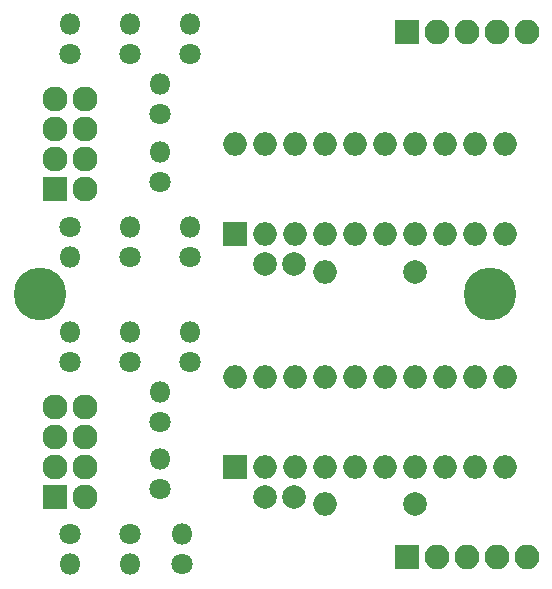
<source format=gbs>
G04 #@! TF.FileFunction,Soldermask,Bot*
%FSLAX46Y46*%
G04 Gerber Fmt 4.6, Leading zero omitted, Abs format (unit mm)*
G04 Created by KiCad (PCBNEW 4.0.5) date Sat Jan 28 10:55:45 2017*
%MOMM*%
%LPD*%
G01*
G04 APERTURE LIST*
%ADD10C,0.100000*%
%ADD11R,2.000000X2.000000*%
%ADD12O,2.000000X2.000000*%
%ADD13C,1.800000*%
%ADD14O,1.800000X1.800000*%
%ADD15R,2.100000X2.100000*%
%ADD16O,2.100000X2.100000*%
%ADD17C,2.000000*%
%ADD18R,2.127200X2.127200*%
%ADD19O,2.127200X2.127200*%
%ADD20C,4.464000*%
G04 APERTURE END LIST*
D10*
D11*
X155575000Y-135890000D03*
D12*
X178435000Y-128270000D03*
X158115000Y-135890000D03*
X175895000Y-128270000D03*
X160655000Y-135890000D03*
X173355000Y-128270000D03*
X163195000Y-135890000D03*
X170815000Y-128270000D03*
X165735000Y-135890000D03*
X168275000Y-128270000D03*
X168275000Y-135890000D03*
X165735000Y-128270000D03*
X170815000Y-135890000D03*
X163195000Y-128270000D03*
X173355000Y-135890000D03*
X160655000Y-128270000D03*
X175895000Y-135890000D03*
X158115000Y-128270000D03*
X178435000Y-135890000D03*
X155575000Y-128270000D03*
D13*
X151130000Y-144145000D03*
D14*
X151130000Y-141605000D03*
D15*
X170180000Y-143510000D03*
D16*
X172720000Y-143510000D03*
X175260000Y-143510000D03*
X177800000Y-143510000D03*
X180340000Y-143510000D03*
D15*
X170180000Y-99060000D03*
D16*
X172720000Y-99060000D03*
X175260000Y-99060000D03*
X177800000Y-99060000D03*
X180340000Y-99060000D03*
D17*
X158115000Y-118745000D03*
X160615000Y-118745000D03*
X158115000Y-138430000D03*
X160615000Y-138430000D03*
D11*
X155575000Y-116205000D03*
D12*
X178435000Y-108585000D03*
X158115000Y-116205000D03*
X175895000Y-108585000D03*
X160655000Y-116205000D03*
X173355000Y-108585000D03*
X163195000Y-116205000D03*
X170815000Y-108585000D03*
X165735000Y-116205000D03*
X168275000Y-108585000D03*
X168275000Y-116205000D03*
X165735000Y-108585000D03*
X170815000Y-116205000D03*
X163195000Y-108585000D03*
X173355000Y-116205000D03*
X160655000Y-108585000D03*
X175895000Y-116205000D03*
X158115000Y-108585000D03*
X178435000Y-116205000D03*
X155575000Y-108585000D03*
D18*
X140335000Y-138430000D03*
D19*
X142875000Y-138430000D03*
X140335000Y-135890000D03*
X142875000Y-135890000D03*
X140335000Y-133350000D03*
X142875000Y-133350000D03*
X140335000Y-130810000D03*
X142875000Y-130810000D03*
D18*
X140335000Y-112395000D03*
D19*
X142875000Y-112395000D03*
X140335000Y-109855000D03*
X142875000Y-109855000D03*
X140335000Y-107315000D03*
X142875000Y-107315000D03*
X140335000Y-104775000D03*
X142875000Y-104775000D03*
D17*
X170815000Y-139065000D03*
D12*
X163195000Y-139065000D03*
D17*
X170815000Y-119380000D03*
D12*
X163195000Y-119380000D03*
D13*
X146685000Y-141605000D03*
D14*
X146685000Y-144145000D03*
D13*
X141605000Y-141605000D03*
D14*
X141605000Y-144145000D03*
D13*
X149225000Y-137795000D03*
D14*
X149225000Y-135255000D03*
D13*
X149225000Y-132080000D03*
D14*
X149225000Y-129540000D03*
D13*
X141605000Y-127000000D03*
D14*
X141605000Y-124460000D03*
D13*
X146685000Y-127000000D03*
D14*
X146685000Y-124460000D03*
D13*
X151765000Y-127000000D03*
D14*
X151765000Y-124460000D03*
D13*
X146685000Y-118110000D03*
D14*
X146685000Y-115570000D03*
D13*
X151765000Y-118110000D03*
D14*
X151765000Y-115570000D03*
D13*
X141605000Y-115570000D03*
D14*
X141605000Y-118110000D03*
D13*
X149225000Y-111760000D03*
D14*
X149225000Y-109220000D03*
D13*
X149225000Y-106045000D03*
D14*
X149225000Y-103505000D03*
D13*
X141605000Y-100965000D03*
D14*
X141605000Y-98425000D03*
D13*
X146685000Y-100965000D03*
D14*
X146685000Y-98425000D03*
D13*
X151765000Y-100965000D03*
D14*
X151765000Y-98425000D03*
D20*
X139065000Y-121285000D03*
X177165000Y-121285000D03*
M02*

</source>
